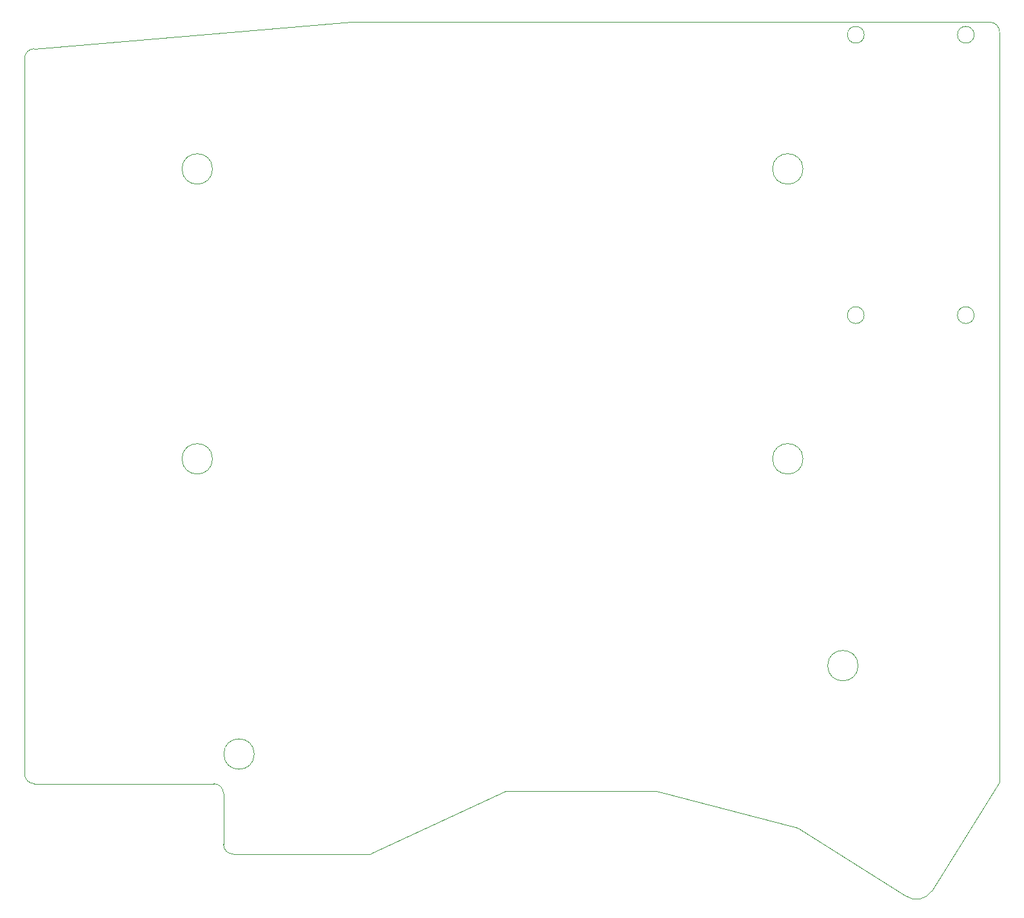
<source format=gm1>
%TF.GenerationSoftware,KiCad,Pcbnew,5.99.0-unknown-5f3c67bd2b~134~ubuntu20.04.1*%
%TF.CreationDate,2021-09-28T13:01:48+02:00*%
%TF.ProjectId,knuckle-pad,6b6e7563-6b6c-4652-9d70-61642e6b6963,rev?*%
%TF.SameCoordinates,Original*%
%TF.FileFunction,Profile,NP*%
%FSLAX46Y46*%
G04 Gerber Fmt 4.6, Leading zero omitted, Abs format (unit mm)*
G04 Created by KiCad (PCBNEW 5.99.0-unknown-5f3c67bd2b~134~ubuntu20.04.1) date 2021-09-28 13:01:48*
%MOMM*%
%LPD*%
G01*
G04 APERTURE LIST*
%TA.AperFunction,Profile*%
%ADD10C,0.050000*%
%TD*%
G04 APERTURE END LIST*
D10*
X108661200Y-143129000D02*
X126619000Y-143129000D01*
X82575400Y-133883400D02*
X106121200Y-133883400D01*
X208026002Y-33781998D02*
G75*
G02*
X209296000Y-35128200I-38102J-1308100D01*
G01*
X81280000Y-132613400D02*
X81280000Y-38557200D01*
X209296000Y-35128200D02*
X209296000Y-133705600D01*
X126619000Y-143129000D02*
X126873000Y-143002000D01*
X81280000Y-38557200D02*
G75*
G02*
X82550000Y-37287200I1270000J0D01*
G01*
X183483000Y-53086000D02*
G75*
G03*
X183483000Y-53086000I-2000000J0D01*
G01*
X126873000Y-143002000D02*
X144399000Y-134874000D01*
X205959992Y-72300008D02*
G75*
G03*
X205959992Y-72300008I-1100000J0D01*
G01*
X182753000Y-139700000D02*
X196981221Y-148634894D01*
X124200000Y-33782000D02*
X82550000Y-37287200D01*
X196981221Y-148634894D02*
G75*
G03*
X200406000Y-147955000I1392780J1949893D01*
G01*
X105949500Y-91186000D02*
G75*
G03*
X105949500Y-91186000I-2000000J0D01*
G01*
X164211000Y-134874000D02*
X182753000Y-139700000D01*
X187198000Y-33782000D02*
X208026000Y-33782000D01*
X124200000Y-33782000D02*
X187198000Y-33782000D01*
X190722000Y-118364000D02*
G75*
G03*
X190722000Y-118364000I-2000000J0D01*
G01*
X205959992Y-35449993D02*
G75*
G03*
X205959992Y-35449993I-1100000J0D01*
G01*
X111435900Y-129984500D02*
G75*
G03*
X111435900Y-129984500I-2000000J0D01*
G01*
X106121200Y-133883400D02*
G75*
G02*
X107391200Y-135153400I0J-1270000D01*
G01*
X200406000Y-147955000D02*
X209296000Y-133705600D01*
X183483000Y-91186000D02*
G75*
G03*
X183483000Y-91186000I-2000000J0D01*
G01*
X191516002Y-72300008D02*
G75*
G03*
X191516002Y-72300008I-1100000J0D01*
G01*
X107391200Y-135153400D02*
X107391200Y-141859000D01*
X144399000Y-134874000D02*
X164211000Y-134874000D01*
X108661200Y-143129000D02*
G75*
G02*
X107391200Y-141859000I0J1270000D01*
G01*
X191516002Y-35450000D02*
G75*
G03*
X191516002Y-35450000I-1100000J0D01*
G01*
X105949500Y-53086000D02*
G75*
G03*
X105949500Y-53086000I-2000000J0D01*
G01*
X82575400Y-133883400D02*
G75*
G02*
X81280000Y-132613400I0J1295654D01*
G01*
M02*

</source>
